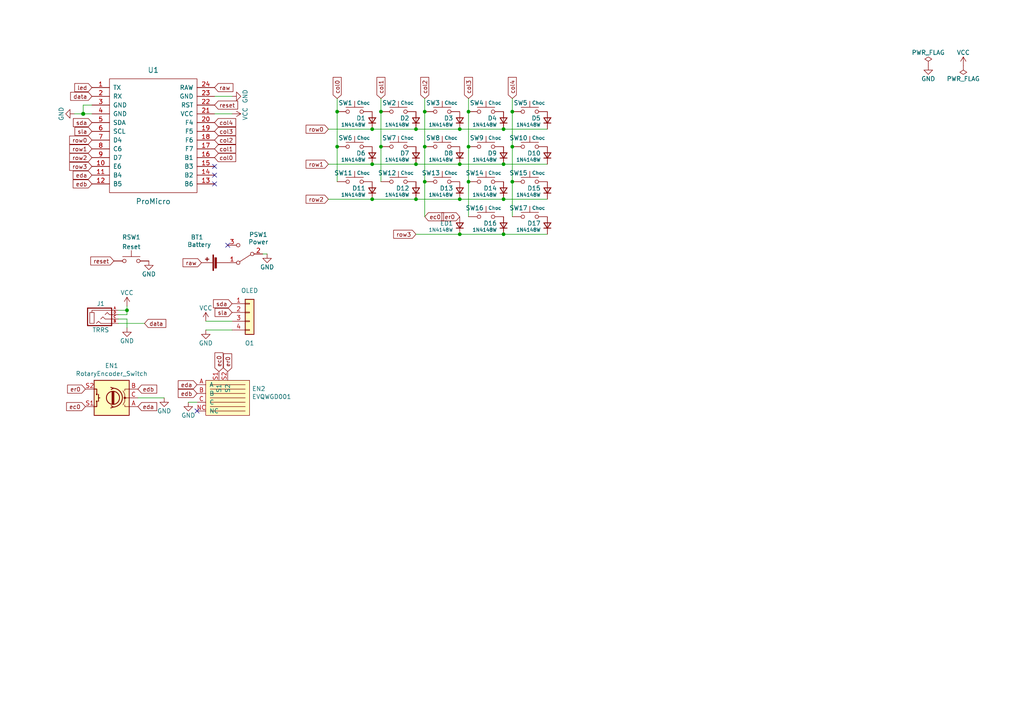
<source format=kicad_sch>
(kicad_sch (version 20230121) (generator eeschema)
  (paper "A4")
  (title_block (title "Swoop") (date "2022-02-03") (rev "0.4.1") (company "jmnw"))
  (lib_symbols
    (symbol "Connector_Generic:Conn_01x04" (pin_names (offset 1.016) hide)
      (property "Reference" "J" (at 0 5.08 0))
      (property "Value" "Conn_01x04" (at 0 -7.62 0))
      (symbol "Conn_01x04_1_1"
        (rectangle (start -1.27 -4.953) (end 0 -5.207) (stroke (width 0.1524)))
        (rectangle (start -1.27 -2.413) (end 0 -2.667) (stroke (width 0.1524)))
        (rectangle (start -1.27 0.127) (end 0 -0.127) (stroke (width 0.1524)))
        (rectangle (start -1.27 2.667) (end 0 2.413) (stroke (width 0.1524)))
        (rectangle (start -1.27 3.81) (end 1.27 -6.35) (stroke (width 0.254)) (fill (type background)))
        (pin passive line (at -5.08 2.54 0) (length 3.81) (name "Pin_1") (number "1"))
        (pin passive line (at -5.08 0 0) (length 3.81) (name "Pin_2") (number "2"))
        (pin passive line (at -5.08 -2.54 0) (length 3.81) (name "Pin_3") (number "3"))
        (pin passive line (at -5.08 -5.08 0) (length 3.81) (name "Pin_4") (number "4"))
      )
    )
    (symbol "Device:Battery_Cell" (pin_numbers hide) (pin_names (offset 0) hide)
      (property "Reference" "BT" (at 2.54 2.54 0))
      (property "Value" "Battery_Cell" (at 2.54 0 0))
      (symbol "Battery_Cell_0_1"
        (rectangle (start -2.286 1.778) (end 2.286 1.524) (fill (type outline)))
        (rectangle (start -1.5748 1.1938) (end 1.4732 0.6858) (fill (type outline)))
        (polyline (pts (xy 0 0.762) (xy 0 0)))
        (polyline (pts (xy 0 1.778) (xy 0 2.54)))
        (polyline (pts (xy 0.508 3.429) (xy 1.524 3.429)) (stroke (width 0.254)))
        (polyline (pts (xy 1.016 3.937) (xy 1.016 2.921)) (stroke (width 0.254)))
      )
      (symbol "Battery_Cell_1_1"
        (pin passive line (at 0 5.08 270) (length 2.54) (name "+") (number "1"))
        (pin passive line (at 0 -2.54 90) (length 2.54) (name "-") (number "2"))
      )
    )
    (symbol "Device:D_Small" (pin_numbers hide) (pin_names (offset 0.254) hide)
      (property "Reference" "D" (at -1.27 2.032 0))
      (property "Value" "D_Small" (at -3.81 -2.032 0))
      (symbol "D_Small_0_1"
        (polyline (pts (xy -0.762 -1.016) (xy -0.762 1.016)) (stroke (width 0.254)))
        (polyline (pts (xy -0.762 0) (xy 0.762 0)))
        (polyline (pts (xy 0.762 -1.016) (xy -0.762 0) (xy 0.762 1.016) (xy 0.762 -1.016)) (stroke (width 0.254)))
      )
      (symbol "D_Small_1_1"
        (pin passive line (at -2.54 0 0) (length 1.778) (name "K") (number "1"))
        (pin passive line (at 2.54 0 180) (length 1.778) (name "A") (number "2"))
      )
    )
    (symbol "Device:RotaryEncoder_Switch" (pin_names (offset 0.254) hide)
      (property "Reference" "SW" (at 0 6.604 0))
      (property "Value" "Device_RotaryEncoder_Switch" (at 0 -6.604 0))
      (symbol "RotaryEncoder_Switch_0_1"
        (rectangle (start -5.08 5.08) (end 5.08 -5.08) (stroke (width 0.254)) (fill (type background)))
        (circle (center -3.81 0) (radius 0.254) (fill (type outline)))
        (circle (center -0.381 0) (radius 1.905) (stroke (width 0.254)))
        (arc (start -0.381 2.667) (mid -3.0988 -0.0635) (end -0.381 -2.794) (stroke (width 0.254)))
        (polyline (pts (xy -0.635 -1.778) (xy -0.635 1.778)) (stroke (width 0.254)))
        (polyline (pts (xy -0.381 -1.778) (xy -0.381 1.778)) (stroke (width 0.254)))
        (polyline (pts (xy -0.127 1.778) (xy -0.127 -1.778)) (stroke (width 0.254)))
        (polyline (pts (xy 3.81 0) (xy 3.429 0)) (stroke (width 0.254)))
        (polyline (pts (xy 3.81 1.016) (xy 3.81 -1.016)) (stroke (width 0.254)))
        (polyline (pts (xy -5.08 -2.54) (xy -3.81 -2.54) (xy -3.81 -2.032)))
        (polyline (pts (xy -5.08 2.54) (xy -3.81 2.54) (xy -3.81 2.032)))
        (polyline (pts (xy 0.254 -3.048) (xy -0.508 -2.794) (xy 0.127 -2.413)) (stroke (width 0.254)))
        (polyline (pts (xy 0.254 2.921) (xy -0.508 2.667) (xy 0.127 2.286)) (stroke (width 0.254)))
        (polyline (pts (xy 5.08 -2.54) (xy 4.318 -2.54) (xy 4.318 -1.016)) (stroke (width 0.254)))
        (polyline (pts (xy 5.08 2.54) (xy 4.318 2.54) (xy 4.318 1.016)) (stroke (width 0.254)))
        (polyline (pts (xy -5.08 0) (xy -3.81 0) (xy -3.81 -1.016) (xy -3.302 -2.032)))
        (polyline (pts (xy -4.318 0) (xy -3.81 0) (xy -3.81 1.016) (xy -3.302 2.032)))
        (circle (center 4.318 -1.016) (radius 0.127) (stroke (width 0.254)))
        (circle (center 4.318 1.016) (radius 0.127) (stroke (width 0.254)))
      )
      (symbol "RotaryEncoder_Switch_1_1"
        (pin passive line (at -7.62 2.54 0) (length 2.54) (name "A") (number "A"))
        (pin passive line (at -7.62 -2.54 0) (length 2.54) (name "B") (number "B"))
        (pin passive line (at -7.62 0 0) (length 2.54) (name "C") (number "C"))
        (pin passive line (at 7.62 2.54 180) (length 2.54) (name "S1") (number "S1"))
        (pin passive line (at 7.62 -2.54 180) (length 2.54) (name "S2") (number "S2"))
      )
    )
    (symbol "Switch:SW_Push" (pin_numbers hide) (pin_names (offset 1.016) hide)
      (property "Reference" "SW" (at 1.27 2.54 0))
      (property "Value" "SW_Push" (at 0 -1.524 0))
      (symbol "SW_Push_0_1"
        (circle (center -2.032 0) (radius 0.508))
        (polyline (pts (xy 0 1.27) (xy 0 3.048)))
        (polyline (pts (xy 2.54 1.27) (xy -2.54 1.27)))
        (circle (center 2.032 0) (radius 0.508))
        (pin passive line (at -5.08 0 0) (length 2.54) (name "1") (number "1"))
        (pin passive line (at 5.08 0 180) (length 2.54) (name "2") (number "2"))
      )
    )
    (symbol "Switch:SW_SPDT" (pin_names (offset 0) hide)
      (property "Reference" "SW" (at 0 4.318 0))
      (property "Value" "SW_SPDT" (at 0 -5.08 0))
      (symbol "SW_SPDT_0_0"
        (circle (center -2.032 0) (radius 0.508))
        (circle (center 2.032 -2.54) (radius 0.508))
      )
      (symbol "SW_SPDT_0_1"
        (polyline (pts (xy -1.524 0.254) (xy 1.651 2.286)))
        (circle (center 2.032 2.54) (radius 0.508))
      )
      (symbol "SW_SPDT_1_1"
        (pin passive line (at 5.08 2.54 180) (length 2.54) (name "A") (number "1"))
        (pin passive line (at -5.08 0 0) (length 2.54) (name "B") (number "2"))
        (pin passive line (at 5.08 -2.54 180) (length 2.54) (name "C") (number "3"))
      )
    )
    (symbol "power:GND" (power) (pin_names (offset 0))
      (property "Value" "GND" (at 0 -3.81 0))
      (symbol "GND_0_1"
        (polyline (pts (xy 0 0) (xy 0 -1.27) (xy 1.27 -1.27) (xy 0 -2.54) (xy -1.27 -1.27) (xy 0 -1.27)))
      )
      (symbol "GND_1_1"
        (pin power_in line (at 0 0 270) (length 0) hide (name "GND") (number "1"))
      )
    )
    (symbol "power:PWR_FLAG" (power) (pin_numbers hide) (pin_names (offset 0) hide)
      (property "Value" "PWR_FLAG" (at 0 3.81 0))
      (symbol "PWR_FLAG_0_0"
        (pin power_out line (at 0 0 90) (length 0) (name "pwr") (number "1"))
      )
      (symbol "PWR_FLAG_0_1"
        (polyline (pts (xy 0 0) (xy 0 1.27) (xy -1.016 1.905) (xy 0 2.54) (xy 1.016 1.905) (xy 0 1.27)))
      )
    )
    (symbol "power:VCC" (power) (pin_names (offset 0))
      (property "Value" "VCC" (at 0 3.81 0))
      (symbol "VCC_0_1"
        (polyline (pts (xy -0.762 1.27) (xy 0 2.54)))
        (polyline (pts (xy 0 0) (xy 0 2.54)))
        (polyline (pts (xy 0 2.54) (xy 0.762 1.27)))
      )
      (symbol "VCC_1_1"
        (pin power_in line (at 0 0 90) (length 0) hide (name "VCC") (number "1"))
      )
    )
    (symbol "swoop:EVQWGD001" (pin_names (offset 1.016))
      (property "Reference" "EN2" (at 7.0612 1.3716 0))
      (property "Value" "EVQWGD001" (at 7.0612 -0.9398 0))
      (symbol "EVQWGD001_0_1"
        (rectangle (start -6.35 3.81) (end 6.35 -6.35) (fill (type background)))
        (polyline (pts (xy -5.08 -5.08) (xy 5.08 -5.08)))
        (polyline (pts (xy -5.08 -3.81) (xy 5.08 -3.81)))
        (polyline (pts (xy -5.08 -2.54) (xy 5.08 -2.54)))
        (polyline (pts (xy -5.08 -1.27) (xy 5.08 -1.27)))
        (polyline (pts (xy -5.08 0) (xy 5.08 0)))
        (polyline (pts (xy -5.08 1.27) (xy 5.08 1.27)))
        (polyline (pts (xy -5.08 2.54) (xy 5.08 2.54)))
      )
      (symbol "EVQWGD001_1_1"
        (pin output line (at -8.89 2.54 0) (length 2.54) (name "A") (number "A"))
        (pin output line (at -8.89 0 0) (length 2.54) (name "B") (number "B"))
        (pin passive line (at -8.89 -2.54 0) (length 2.54) (name "C") (number "C"))
        (pin unspecified line (at -8.89 -5.08 0) (length 2.54) (name "NC") (number "NC"))
        (pin output line (at -2.54 6.35 270) (length 2.54) (name "S1") (number "S1"))
        (pin output line (at 0 6.35 270) (length 2.54) (name "S2") (number "S2"))
      )
    )
    (symbol "swoop:MJ-4PP-9-kbd-corne-light-rescue" (pin_names (offset 1.016))
      (property "Reference" "J" (at 0 3.81 0))
      (property "Value" "MJ-4PP-9-kbd-corne-light-rescue" (at 0 -3.81 0))
      (symbol "MJ-4PP-9-kbd-corne-light-rescue_0_1"
        (rectangle (start -1.905 -1.905) (end -3.175 1.27))
        (polyline (pts (xy -2.54 1.27) (xy -2.54 1.905) (xy 3.175 1.905)))
        (polyline (pts (xy -1.27 -1.905) (xy -0.635 -1.27) (xy 0 -1.905) (xy 3.175 -1.905)))
        (polyline (pts (xy 0 -0.635) (xy 0.635 0) (xy 1.27 -0.635) (xy 3.175 -0.635)))
        (polyline (pts (xy 1.27 0.635) (xy 1.905 1.27) (xy 2.54 0.635) (xy 3.175 0.635)))
        (rectangle (start 3.175 2.54) (end -3.81 -2.54) (stroke (width 0.3048)))
      )
      (symbol "MJ-4PP-9-kbd-corne-light-rescue_1_1"
        (pin input line (at 5.08 1.905 180) (length 2.0066) (name "~") (number "A"))
        (pin input line (at 5.08 -1.905 180) (length 2.0066) (name "~") (number "B"))
        (pin input line (at 5.08 -0.635 180) (length 2.0066) (name "~") (number "C"))
        (pin input line (at 5.08 0.635 180) (length 2.0066) (name "~") (number "D"))
      )
    )
    (symbol "swoop:ProMicro-kbd-corne-light-rescue" (pin_names (offset 1.016))
      (property "Reference" "U" (at 0 24.13 0))
      (property "Value" "ProMicro-kbd-corne-light-rescue" (at 0 -13.97 0))
      (symbol "ProMicro-kbd-corne-light-rescue_0_1"
        (rectangle (start -12.7 21.59) (end 12.7 -11.43))
      )
      (symbol "ProMicro-kbd-corne-light-rescue_1_1"
        (pin bidirectional line (at -17.78 19.05 0) (length 5.08) (name "TX") (number "1"))
        (pin bidirectional line (at -17.78 -3.81 0) (length 5.08) (name "E6") (number "10"))
        (pin bidirectional line (at -17.78 -6.35 0) (length 5.08) (name "B4") (number "11"))
        (pin bidirectional line (at -17.78 -8.89 0) (length 5.08) (name "B5") (number "12"))
        (pin bidirectional line (at 17.78 -8.89 180) (length 5.08) (name "B6") (number "13"))
        (pin bidirectional line (at 17.78 -6.35 180) (length 5.08) (name "B2") (number "14"))
        (pin bidirectional line (at 17.78 -3.81 180) (length 5.08) (name "B3") (number "15"))
        (pin bidirectional line (at 17.78 -1.27 180) (length 5.08) (name "B1") (number "16"))
        (pin bidirectional line (at 17.78 1.27 180) (length 5.08) (name "F7") (number "17"))
        (pin bidirectional line (at 17.78 3.81 180) (length 5.08) (name "F6") (number "18"))
        (pin bidirectional line (at 17.78 6.35 180) (length 5.08) (name "F5") (number "19"))
        (pin bidirectional line (at -17.78 16.51 0) (length 5.08) (name "RX") (number "2"))
        (pin bidirectional line (at 17.78 8.89 180) (length 5.08) (name "F4") (number "20"))
        (pin power_in line (at 17.78 11.43 180) (length 5.08) (name "VCC") (number "21"))
        (pin input line (at 17.78 13.97 180) (length 5.08) (name "RST") (number "22"))
        (pin power_in line (at 17.78 16.51 180) (length 5.08) (name "GND") (number "23"))
        (pin power_out line (at 17.78 19.05 180) (length 5.08) (name "RAW") (number "24"))
        (pin power_in line (at -17.78 13.97 0) (length 5.08) (name "GND") (number "3"))
        (pin power_in line (at -17.78 11.43 0) (length 5.08) (name "GND") (number "4"))
        (pin bidirectional line (at -17.78 8.89 0) (length 5.08) (name "SDA") (number "5"))
        (pin bidirectional line (at -17.78 6.35 0) (length 5.08) (name "SCL") (number "6"))
        (pin bidirectional line (at -17.78 3.81 0) (length 5.08) (name "D4") (number "7"))
        (pin bidirectional line (at -17.78 1.27 0) (length 5.08) (name "C6") (number "8"))
        (pin bidirectional line (at -17.78 -1.27 0) (length 5.08) (name "D7") (number "9"))
      )
    )
  )
  (junction (at 135.89 32.385))
  (junction (at 148.59 32.385))
  (junction (at 133.35 47.625))
  (junction (at 123.19 42.545))
  (junction (at 120.65 57.785))
  (junction (at 135.89 52.705))
  (junction (at 107.95 47.625))
  (junction (at 110.49 32.385))
  (junction (at 24.13 33.02) (diameter 1.016))
  (junction (at 148.59 42.545))
  (junction (at 36.83 89.9945))
  (junction (at 135.89 42.545))
  (junction (at 123.19 52.705))
  (junction (at 110.49 42.545))
  (junction (at 148.59 52.705))
  (junction (at 146.05 67.945))
  (junction (at 146.05 57.785))
  (junction (at 107.95 37.465))
  (junction (at 97.79 32.385))
  (junction (at 146.05 47.625))
  (junction (at 146.05 37.465))
  (junction (at 107.95 57.785))
  (junction (at 123.19 32.385))
  (junction (at 120.65 37.465))
  (junction (at 133.35 67.945))
  (junction (at 97.79 42.545))
  (junction (at 120.65 47.625))
  (junction (at 133.35 57.785))
  (junction (at 133.35 37.465))
  (no_connect (at 66.04 71.12))
  (no_connect (at 62.23 53.34))
  (no_connect (at 57.15 119.2045))
  (no_connect (at 62.23 48.26))
  (no_connect (at 62.23 50.8))
  (wire (pts (xy 34.29 91.2645) (xy 36.83 91.2645)))
  (wire (pts (xy 123.19 32.385) (xy 123.19 42.545)))
  (wire (pts (xy 123.19 28.575) (xy 123.19 32.385)))
  (wire (pts (xy 123.19 52.705) (xy 123.19 62.865)))
  (wire (pts (xy 123.19 42.545) (xy 123.19 52.705)))
  (wire (pts (xy 110.49 32.385) (xy 110.49 42.545)))
  (wire (pts (xy 110.49 28.575) (xy 110.49 32.385)))
  (wire (pts (xy 110.49 42.545) (xy 110.49 52.705)))
  (wire (pts (xy 62.23 27.94) (xy 67.31 27.94)))
  (wire (pts (xy 120.65 67.945) (xy 133.35 67.945)))
  (wire (pts (xy 133.35 67.945) (xy 146.05 67.945)))
  (wire (pts (xy 146.05 67.945) (xy 158.75 67.945)))
  (wire (pts (xy 36.83 92.5345) (xy 36.83 95.0745)))
  (wire (pts (xy 62.23 33.02) (xy 67.31 33.02)))
  (wire (pts (xy 24.13 33.02) (xy 26.67 33.02)))
  (wire (pts (xy 135.89 32.385) (xy 135.89 42.545)))
  (wire (pts (xy 135.89 28.575) (xy 135.89 32.385)))
  (wire (pts (xy 135.89 42.545) (xy 135.89 52.705)))
  (wire (pts (xy 135.89 52.705) (xy 135.89 62.865)))
  (wire (pts (xy 95.25 57.785) (xy 107.95 57.785)))
  (wire (pts (xy 133.35 57.785) (xy 146.05 57.785)))
  (wire (pts (xy 120.65 57.785) (xy 133.35 57.785)))
  (wire (pts (xy 107.95 57.785) (xy 120.65 57.785)))
  (wire (pts (xy 146.05 57.785) (xy 158.75 57.785)))
  (wire (pts (xy 95.25 47.625) (xy 107.95 47.625)))
  (wire (pts (xy 120.65 47.625) (xy 133.35 47.625)))
  (wire (pts (xy 133.35 47.625) (xy 146.05 47.625)))
  (wire (pts (xy 107.95 47.625) (xy 120.65 47.625)))
  (wire (pts (xy 146.05 47.625) (xy 158.75 47.625)))
  (wire (pts (xy 26.67 30.48) (xy 24.13 30.48)))
  (wire (pts (xy 95.25 37.465) (xy 107.95 37.465)))
  (wire (pts (xy 120.65 37.465) (xy 133.35 37.465)))
  (wire (pts (xy 133.35 37.465) (xy 146.05 37.465)))
  (wire (pts (xy 107.95 37.465) (xy 120.65 37.465)))
  (wire (pts (xy 146.05 37.465) (xy 158.75 37.465)))
  (wire (pts (xy 59.69 93.1695) (xy 67.31 93.1695)))
  (wire (pts (xy 24.13 30.48) (xy 24.13 33.02)))
  (wire (pts (xy 34.29 89.9945) (xy 36.83 89.9945)))
  (wire (pts (xy 34.29 93.8045) (xy 41.91 93.8045)))
  (wire (pts (xy 54.61 116.6645) (xy 57.15 116.6645)))
  (wire (pts (xy 40.005 115.3945) (xy 47.625 115.3945)))
  (wire (pts (xy 21.59 33.02) (xy 24.13 33.02)))
  (wire (pts (xy 97.79 32.385) (xy 97.79 42.545)))
  (wire (pts (xy 97.79 28.575) (xy 97.79 32.385)))
  (wire (pts (xy 97.79 42.545) (xy 97.79 52.705)))
  (wire (pts (xy 59.69 95.7095) (xy 67.31 95.7095)))
  (wire (pts (xy 34.29 92.5345) (xy 36.83 92.5345)))
  (wire (pts (xy 36.83 89.9945) (xy 36.83 88.7245)))
  (wire (pts (xy 36.83 91.2645) (xy 36.83 89.9945)))
  (wire (pts (xy 76.2 73.66) (xy 77.47 73.66)))
  (wire (pts (xy 148.59 28.575) (xy 148.59 32.385)))
  (wire (pts (xy 148.59 42.545) (xy 148.59 52.705)))
  (wire (pts (xy 148.59 32.385) (xy 148.59 42.545)))
  (wire (pts (xy 148.59 52.705) (xy 148.59 62.865)))
  (global_label "row2" (shape input) (at 26.67 45.72 180) (effects (font (size 1.1938 1.1938))) (property "Intersheetrefs" "${INTERSHEET_REFS}" (effects hide)))
  (global_label "raw" (shape input) (at 62.23 25.4 0) (effects (font (size 1.1938 1.1938))) (property "Intersheetrefs" "${INTERSHEET_REFS}" (effects hide)))
  (global_label "er0" (shape input) (at 24.765 112.8545 180) (effects (font (size 1.1938 1.1938))) (property "Intersheetrefs" "${INTERSHEET_REFS}" (effects hide)))
  (global_label "row3" (shape input) (at 26.67 48.26 180) (effects (font (size 1.1938 1.1938))) (property "Intersheetrefs" "${INTERSHEET_REFS}" (effects hide)))
  (global_label "reset" (shape input) (at 62.23 30.48 0) (effects (font (size 1.1938 1.1938))) (property "Intersheetrefs" "${INTERSHEET_REFS}" (effects hide)))
  (global_label "ec0" (shape input) (at 24.765 117.9345 180) (effects (font (size 1.1938 1.1938))) (property "Intersheetrefs" "${INTERSHEET_REFS}" (effects hide)))
  (global_label "ec0" (shape input) (at 123.19 62.865 0) (effects (font (size 1.1938 1.1938))) (property "Intersheetrefs" "${INTERSHEET_REFS}" (effects hide)))
  (global_label "row3" (shape input) (at 120.65 67.945 180) (effects (font (size 1.1938 1.1938))) (property "Intersheetrefs" "${INTERSHEET_REFS}" (effects hide)))
  (global_label "eda" (shape input) (at 26.67 50.8 180) (effects (font (size 1.1938 1.1938))) (property "Intersheetrefs" "${INTERSHEET_REFS}" (effects hide)))
  (global_label "ec0" (shape input) (at 63.5 107.7745 90) (effects (font (size 1.1938 1.1938))) (property "Intersheetrefs" "${INTERSHEET_REFS}" (effects hide)))
  (global_label "sla" (shape input) (at 67.31 90.6295 180) (effects (font (size 1.1938 1.1938))) (property "Intersheetrefs" "${INTERSHEET_REFS}" (effects hide)))
  (global_label "row2" (shape input) (at 95.25 57.785 180) (effects (font (size 1.1938 1.1938))) (property "Intersheetrefs" "${INTERSHEET_REFS}" (effects hide)))
  (global_label "sla" (shape input) (at 26.67 38.1 180) (effects (font (size 1.1938 1.1938))) (property "Intersheetrefs" "${INTERSHEET_REFS}" (effects hide)))
  (global_label "sda" (shape input) (at 67.31 88.0895 180) (effects (font (size 1.1938 1.1938))) (property "Intersheetrefs" "${INTERSHEET_REFS}" (effects hide)))
  (global_label "col1" (shape input) (at 62.23 43.18 0) (effects (font (size 1.1938 1.1938))) (property "Intersheetrefs" "${INTERSHEET_REFS}" (effects hide)))
  (global_label "col1" (shape input) (at 110.49 28.575 90) (effects (font (size 1.1938 1.1938))) (property "Intersheetrefs" "${INTERSHEET_REFS}" (effects hide)))
  (global_label "er0" (shape input) (at 133.35 62.865 180) (effects (font (size 1.1938 1.1938))) (property "Intersheetrefs" "${INTERSHEET_REFS}" (effects hide)))
  (global_label "raw" (shape input) (at 58.42 76.2 180) (effects (font (size 1.1938 1.1938))) (property "Intersheetrefs" "${INTERSHEET_REFS}" (effects hide)))
  (global_label "col3" (shape input) (at 62.23 38.1 0) (effects (font (size 1.1938 1.1938))) (property "Intersheetrefs" "${INTERSHEET_REFS}" (effects hide)))
  (global_label "col2" (shape input) (at 62.23 40.64 0) (effects (font (size 1.1938 1.1938))) (property "Intersheetrefs" "${INTERSHEET_REFS}" (effects hide)))
  (global_label "led" (shape input) (at 26.67 25.4 180) (effects (font (size 1.1938 1.1938))) (property "Intersheetrefs" "${INTERSHEET_REFS}" (effects hide)))
  (global_label "col2" (shape input) (at 123.19 28.575 90) (effects (font (size 1.1938 1.1938))) (property "Intersheetrefs" "${INTERSHEET_REFS}" (effects hide)))
  (global_label "edb" (shape input) (at 26.67 53.34 180) (effects (font (size 1.1938 1.1938))) (property "Intersheetrefs" "${INTERSHEET_REFS}" (effects hide)))
  (global_label "data" (shape input) (at 26.67 27.94 180) (effects (font (size 1.1938 1.1938))) (property "Intersheetrefs" "${INTERSHEET_REFS}" (effects hide)))
  (global_label "edb" (shape input) (at 40.005 112.8545 0) (effects (font (size 1.1938 1.1938))) (property "Intersheetrefs" "${INTERSHEET_REFS}" (effects hide)))
  (global_label "col3" (shape input) (at 135.89 28.575 90) (effects (font (size 1.1938 1.1938))) (property "Intersheetrefs" "${INTERSHEET_REFS}" (effects hide)))
  (global_label "row1" (shape input) (at 26.67 43.18 180) (effects (font (size 1.1938 1.1938))) (property "Intersheetrefs" "${INTERSHEET_REFS}" (effects hide)))
  (global_label "edb" (shape input) (at 57.15 114.1245 180) (effects (font (size 1.1938 1.1938))) (property "Intersheetrefs" "${INTERSHEET_REFS}" (effects hide)))
  (global_label "sda" (shape input) (at 26.67 35.56 180) (effects (font (size 1.1938 1.1938))) (property "Intersheetrefs" "${INTERSHEET_REFS}" (effects hide)))
  (global_label "col4" (shape input) (at 148.59 28.575 90) (effects (font (size 1.1938 1.1938))) (property "Intersheetrefs" "${INTERSHEET_REFS}" (effects hide)))
  (global_label "col0" (shape input) (at 97.79 28.575 90) (effects (font (size 1.1938 1.1938))) (property "Intersheetrefs" "${INTERSHEET_REFS}" (effects hide)))
  (global_label "reset" (shape input) (at 33.02 75.6919 180) (effects (font (size 1.1938 1.1938))) (property "Intersheetrefs" "${INTERSHEET_REFS}" (effects hide)))
  (global_label "row0" (shape input) (at 95.25 37.465 180) (effects (font (size 1.1938 1.1938))) (property "Intersheetrefs" "${INTERSHEET_REFS}" (effects hide)))
  (global_label "data" (shape input) (at 41.91 93.8045 0) (effects (font (size 1.1938 1.1938))) (property "Intersheetrefs" "${INTERSHEET_REFS}" (effects hide)))
  (global_label "col0" (shape input) (at 62.23 45.72 0) (effects (font (size 1.1938 1.1938))) (property "Intersheetrefs" "${INTERSHEET_REFS}" (effects hide)))
  (global_label "col4" (shape input) (at 62.23 35.56 0) (effects (font (size 1.1938 1.1938))) (property "Intersheetrefs" "${INTERSHEET_REFS}" (effects hide)))
  (global_label "row0" (shape input) (at 26.67 40.64 180) (effects (font (size 1.1938 1.1938))) (property "Intersheetrefs" "${INTERSHEET_REFS}" (effects hide)))
  (global_label "eda" (shape input) (at 57.15 111.5845 180) (effects (font (size 1.1938 1.1938))) (property "Intersheetrefs" "${INTERSHEET_REFS}" (effects hide)))
  (global_label "row1" (shape input) (at 95.25 47.625 180) (effects (font (size 1.1938 1.1938))) (property "Intersheetrefs" "${INTERSHEET_REFS}" (effects hide)))
  (global_label "er0" (shape input) (at 66.04 107.7745 90) (effects (font (size 1.1938 1.1938))) (property "Intersheetrefs" "${INTERSHEET_REFS}" (effects hide)))
  (global_label "eda" (shape input) (at 40.005 117.9345 0) (effects (font (size 1.1938 1.1938))) (property "Intersheetrefs" "${INTERSHEET_REFS}" (effects hide)))
  (symbol (lib_id "swoop:ProMicro-kbd-corne-light-rescue") (at 44.45 44.45 0) (unit 1)
    (property "Reference" "U1" (at 44.45 20.32 0) (effects (font (size 1.524 1.524))))
    (property "Value" "ProMicro" (at 44.45 58.42 0) (effects (font (size 1.524 1.524))))
    (property "Footprint" "swoop:ProMicro_jumpers" (effects hide))
  )
  (symbol (lib_id "power:GND") (at 67.31 27.94 90) (unit 1)
    (property "Reference" "#PWR03" (effects hide))
    (property "Value" "GND" (at 71.12 27.94 0))
  )
  (symbol (lib_id "power:VCC") (at 67.31 33.02 270) (unit 1)
    (property "Reference" "#PWR05" (effects hide))
    (property "Value" "VCC" (at 71.12 33.02 0))
  )
  (symbol (lib_id "power:GND") (at 21.59 33.02 270) (unit 1)
    (property "Reference" "#PWR04" (effects hide))
    (property "Value" "GND" (at 17.78 33.02 0))
  )
  (symbol (lib_id "power:GND") (at 269.24 19.05 0) (unit 1)
    (property "Reference" "#PWR01" (effects hide))
    (property "Value" "GND" (at 269.24 22.86 0))
  )
  (symbol (lib_id "power:VCC") (at 279.4 19.05 0) (unit 1)
    (property "Reference" "#PWR02" (effects hide))
    (property "Value" "VCC" (at 279.4 15.24 0))
  )
  (symbol (lib_id "power:PWR_FLAG") (at 279.4 19.05 180) (unit 1)
    (property "Reference" "#FLG02" (effects hide))
    (property "Value" "PWR_FLAG" (at 279.4 22.86 0))
  )
  (symbol (lib_id "power:PWR_FLAG") (at 269.24 19.05 0) (unit 1)
    (property "Reference" "#FLG01" (effects hide))
    (property "Value" "PWR_FLAG" (at 269.24 15.24 0))
  )
  (symbol (lib_id "power:VCC") (at 36.83 88.7245 0) (unit 1)
    (property "Reference" "#PWR06" (effects hide))
    (property "Value" "VCC" (at 36.83 84.9145 0))
  )
  (symbol (lib_id "power:GND") (at 36.83 95.0745 0) (unit 1)
    (property "Reference" "#PWR08" (effects hide))
    (property "Value" "GND" (at 36.83 98.8845 0))
  )
  (symbol (lib_id "swoop:MJ-4PP-9-kbd-corne-light-rescue") (at 29.21 91.8995 0) (unit 1)
    (property "Reference" "J1" (at 29.21 88.0895 0))
    (property "Value" "TRRS" (at 29.21 95.7095 0))
    (property "Footprint" "swoop:TRRS-3pin" (effects hide))
  )
  (symbol (lib_id "Device:D_Small") (at 146.05 34.925 90) (unit 1)
    (property "Reference" "D4" (at 144.145 34.29 90) (effects (justify left)))
    (property "Value" " 1N4148W" (at 144.145 36.195 90) (effects (font (size 1 1)) (justify left)))
    (property "Footprint" "swoop:D3_SMD" (effects hide))
  )
  (symbol (lib_id "Device:D_Small") (at 107.95 55.245 90) (unit 1)
    (property "Reference" "D11" (at 106.045 54.61 90) (effects (justify left)))
    (property "Value" " 1N4148W" (at 106.045 56.515 90) (effects (font (size 1 1)) (justify left)))
    (property "Footprint" "swoop:D3_SMD" (effects hide))
  )
  (symbol (lib_id "Device:D_Small") (at 120.65 34.925 90) (unit 1)
    (property "Reference" "D2" (at 118.745 34.29 90) (effects (justify left)))
    (property "Value" " 1N4148W" (at 118.745 36.195 90) (effects (font (size 1 1)) (justify left)))
    (property "Footprint" "swoop:D3_SMD" (effects hide))
  )
  (symbol (lib_id "Switch:SW_Push") (at 128.27 32.385 0) (unit 1)
    (property "Reference" "SW3" (at 127.635 29.845 0) (effects (justify right)))
    (property "Value" "Choc" (at 128.905 29.845 0) (effects (font (size 1 1)) (justify left)))
    (property "Footprint" "swoop:Choc" (effects hide))
  )
  (symbol (lib_id "Switch:SW_Push") (at 38.1 75.6919 0) (unit 1)
    (property "Reference" "RSW1" (at 38.1 68.8044 0))
    (property "Value" "Reset" (at 38.1 71.5795 0))
    (property "Footprint" "swoop:Reset" (effects hide))
  )
  (symbol (lib_id "Device:D_Small") (at 107.95 45.085 90) (unit 1)
    (property "Reference" "D6" (at 106.045 44.45 90) (effects (justify left)))
    (property "Value" " 1N4148W" (at 106.045 46.355 90) (effects (font (size 1 1)) (justify left)))
    (property "Footprint" "swoop:D3_SMD" (effects hide))
  )
  (symbol (lib_id "Device:D_Small") (at 158.75 45.085 90) (unit 1)
    (property "Reference" "D10" (at 156.845 44.45 90) (effects (justify left)))
    (property "Value" " 1N4148W" (at 156.845 46.355 90) (effects (font (size 1 1)) (justify left)))
    (property "Footprint" "swoop:D3_SMD" (effects hide))
  )
  (symbol (lib_id "Device:D_Small") (at 133.35 45.085 90) (unit 1)
    (property "Reference" "D8" (at 131.445 44.45 90) (effects (justify left)))
    (property "Value" " 1N4148W" (at 131.445 46.355 90) (effects (font (size 1 1)) (justify left)))
    (property "Footprint" "swoop:D3_SMD" (effects hide))
  )
  (symbol (lib_id "power:GND") (at 77.47 73.66 0) (unit 1)
    (property "Reference" "#PWR0101" (effects hide))
    (property "Value" "GND" (at 77.47 77.47 0))
  )
  (symbol (lib_id "Switch:SW_Push") (at 115.57 32.385 0) (unit 1)
    (property "Reference" "SW2" (at 114.935 29.845 0) (effects (justify right)))
    (property "Value" "Choc" (at 116.205 29.845 0) (effects (font (size 1 1)) (justify left)))
    (property "Footprint" "swoop:Choc" (effects hide))
  )
  (symbol (lib_id "Device:D_Small") (at 146.05 45.085 90) (unit 1)
    (property "Reference" "D9" (at 144.145 44.45 90) (effects (justify left)))
    (property "Value" " 1N4148W" (at 144.145 46.355 90) (effects (font (size 1 1)) (justify left)))
    (property "Footprint" "swoop:D3_SMD" (effects hide))
  )
  (symbol (lib_id "Switch:SW_Push") (at 153.67 42.545 0) (unit 1)
    (property "Reference" "SW10" (at 153.035 40.005 0) (effects (justify right)))
    (property "Value" "Choc" (at 154.305 40.005 0) (effects (font (size 1 1)) (justify left)))
    (property "Footprint" "swoop:Choc" (effects hide))
  )
  (symbol (lib_id "Switch:SW_Push") (at 102.87 32.385 0) (unit 1)
    (property "Reference" "SW1" (at 102.235 29.845 0) (effects (justify right)))
    (property "Value" "Choc" (at 103.505 29.845 0) (effects (font (size 1 1)) (justify left)))
    (property "Footprint" "swoop:Choc" (effects hide))
  )
  (symbol (lib_id "Device:D_Small") (at 133.35 65.405 90) (unit 1)
    (property "Reference" "ED1" (at 131.445 64.77 90) (effects (justify left)))
    (property "Value" " 1N4148W" (at 131.445 66.675 90) (effects (font (size 1 1)) (justify left)))
    (property "Footprint" "swoop:D3_SMD" (effects hide))
  )
  (symbol (lib_id "power:GND") (at 54.61 116.6645 0) (unit 1)
    (property "Reference" "#PWR0103" (effects hide))
    (property "Value" "GND" (at 54.61 120.4745 0))
  )
  (symbol (lib_id "Device:Battery_Cell") (at 63.5 76.2 90) (unit 1)
    (property "Reference" "BT1" (at 57.15 68.8044 90))
    (property "Value" "Battery" (at 57.785 70.9445 90))
    (property "Footprint" "swoop:Battery_pads" (effects hide))
  )
  (symbol (lib_id "Device:D_Small") (at 133.35 55.245 90) (unit 1)
    (property "Reference" "D13" (at 131.445 54.61 90) (effects (justify left)))
    (property "Value" " 1N4148W" (at 131.445 56.515 90) (effects (font (size 1 1)) (justify left)))
    (property "Footprint" "swoop:D3_SMD" (effects hide))
  )
  (symbol (lib_id "Device:D_Small") (at 158.75 65.405 90) (unit 1)
    (property "Reference" "D17" (at 156.845 64.77 90) (effects (justify left)))
    (property "Value" " 1N4148W" (at 156.845 66.675 90) (effects (font (size 1 1)) (justify left)))
    (property "Footprint" "swoop:D3_SMD" (effects hide))
  )
  (symbol (lib_id "Switch:SW_Push") (at 140.97 32.385 0) (unit 1)
    (property "Reference" "SW4" (at 140.335 29.845 0) (effects (justify right)))
    (property "Value" "Choc" (at 141.605 29.845 0) (effects (font (size 1 1)) (justify left)))
    (property "Footprint" "swoop:Choc" (effects hide))
  )
  (symbol (lib_id "swoop:EVQWGD001") (at 66.04 114.1245 0) (unit 1)
    (property "Reference" "EN2" (at 73.1012 112.7529 0) (effects (justify left)))
    (property "Value" "EVQWGD001" (at 73.1012 115.0643 0) (effects (justify left)))
    (property "Footprint" "swoop:RollerEncoder" (effects hide))
  )
  (symbol (lib_id "power:GND") (at 59.69 95.7095 0) (unit 1)
    (property "Reference" "#PWR0104" (effects hide))
    (property "Value" "GND" (at 59.69 99.5195 0))
  )
  (symbol (lib_id "power:GND") (at 47.625 115.3945 0) (unit 1)
    (property "Reference" "#PWR0106" (effects hide))
    (property "Value" "GND" (at 47.625 119.2045 0))
  )
  (symbol (lib_id "Device:D_Small") (at 158.75 34.925 90) (unit 1)
    (property "Reference" "D5" (at 156.845 34.29 90) (effects (justify left)))
    (property "Value" " 1N4148W" (at 156.845 36.195 90) (effects (font (size 1 1)) (justify left)))
    (property "Footprint" "swoop:D3_SMD" (effects hide))
  )
  (symbol (lib_id "Switch:SW_Push") (at 102.87 52.705 0) (unit 1)
    (property "Reference" "SW11" (at 102.235 50.165 0) (effects (justify right)))
    (property "Value" "Choc" (at 103.505 50.165 0) (effects (font (size 1 1)) (justify left)))
    (property "Footprint" "swoop:Choc" (effects hide))
  )
  (symbol (lib_id "Switch:SW_Push") (at 128.27 42.545 0) (unit 1)
    (property "Reference" "SW8" (at 127.635 40.005 0) (effects (justify right)))
    (property "Value" "Choc" (at 128.905 40.005 0) (effects (font (size 1 1)) (justify left)))
    (property "Footprint" "swoop:Choc" (effects hide))
  )
  (symbol (lib_id "Switch:SW_Push") (at 115.57 52.705 0) (unit 1)
    (property "Reference" "SW12" (at 114.935 50.165 0) (effects (justify right)))
    (property "Value" "Choc" (at 116.205 50.165 0) (effects (font (size 1 1)) (justify left)))
    (property "Footprint" "swoop:Choc" (effects hide))
  )
  (symbol (lib_id "Switch:SW_Push") (at 153.67 32.385 0) (unit 1)
    (property "Reference" "SW5" (at 153.035 29.845 0) (effects (justify right)))
    (property "Value" "Choc" (at 154.305 29.845 0) (effects (font (size 1 1)) (justify left)))
    (property "Footprint" "swoop:Choc" (effects hide))
  )
  (symbol (lib_id "Device:RotaryEncoder_Switch") (at 32.385 115.3945 180) (unit 1)
    (property "Reference" "EN1" (at 32.385 106.0727 0))
    (property "Value" "RotaryEncoder_Switch" (at 32.385 108.3841 0))
    (property "Footprint" "swoop:RotaryEncoder" (effects hide))
  )
  (symbol (lib_id "Device:D_Small") (at 107.95 34.925 90) (unit 1)
    (property "Reference" "D1" (at 106.045 34.29 90) (effects (justify left)))
    (property "Value" " 1N4148W" (at 106.045 36.195 90) (effects (font (size 1 1)) (justify left)))
    (property "Footprint" "swoop:D3_SMD" (effects hide))
  )
  (symbol (lib_id "Device:D_Small") (at 120.65 45.085 90) (unit 1)
    (property "Reference" "D7" (at 118.745 44.45 90) (effects (justify left)))
    (property "Value" " 1N4148W" (at 118.745 46.355 90) (effects (font (size 1 1)) (justify left)))
    (property "Footprint" "swoop:D3_SMD" (effects hide))
  )
  (symbol (lib_id "Connector_Generic:Conn_01x04") (at 72.39 90.6295 0) (unit 1)
    (property "Reference" "O1" (at 72.39 99.5195 0))
    (property "Value" "OLED" (at 72.39 84.2795 0))
    (property "Footprint" "swoop:OLED_jumpers" (effects hide))
  )
  (symbol (lib_id "Switch:SW_Push") (at 153.67 62.865 0) (unit 1)
    (property "Reference" "SW17" (at 153.035 60.325 0) (effects (justify right)))
    (property "Value" "Choc" (at 154.305 60.325 0) (effects (font (size 1 1)) (justify left)))
    (property "Footprint" "swoop:Choc" (effects hide))
  )
  (symbol (lib_id "Switch:SW_Push") (at 140.97 62.865 0) (unit 1)
    (property "Reference" "SW16" (at 140.335 60.325 0) (effects (justify right)))
    (property "Value" "Choc" (at 141.605 60.325 0) (effects (font (size 1 1)) (justify left)))
    (property "Footprint" "swoop:Choc" (effects hide))
  )
  (symbol (lib_id "Switch:SW_Push") (at 102.87 42.545 0) (unit 1)
    (property "Reference" "SW6" (at 102.235 40.005 0) (effects (justify right)))
    (property "Value" "Choc" (at 103.505 40.005 0) (effects (font (size 1 1)) (justify left)))
    (property "Footprint" "swoop:Choc" (effects hide))
  )
  (symbol (lib_id "power:GND") (at 43.18 75.6919 0) (unit 1)
    (property "Reference" "#PWR0102" (effects hide))
    (property "Value" "GND" (at 43.18 79.5019 0))
  )
  (symbol (lib_id "Device:D_Small") (at 158.75 55.245 90) (unit 1)
    (property "Reference" "D15" (at 156.845 54.61 90) (effects (justify left)))
    (property "Value" " 1N4148W" (at 156.845 56.515 90) (effects (font (size 1 1)) (justify left)))
    (property "Footprint" "swoop:D3_SMD" (effects hide))
  )
  (symbol (lib_id "Device:D_Small") (at 120.65 55.245 90) (unit 1)
    (property "Reference" "D12" (at 118.745 54.61 90) (effects (justify left)))
    (property "Value" " 1N4148W" (at 118.745 56.515 90) (effects (font (size 1 1)) (justify left)))
    (property "Footprint" "swoop:D3_SMD" (effects hide))
  )
  (symbol (lib_id "Switch:SW_Push") (at 140.97 52.705 0) (unit 1)
    (property "Reference" "SW14" (at 140.335 50.165 0) (effects (justify right)))
    (property "Value" "Choc" (at 141.605 50.165 0) (effects (font (size 1 1)) (justify left)))
    (property "Footprint" "swoop:Choc" (effects hide))
  )
  (symbol (lib_id "Switch:SW_Push") (at 153.67 52.705 0) (unit 1)
    (property "Reference" "SW15" (at 153.035 50.165 0) (effects (justify right)))
    (property "Value" "Choc" (at 154.305 50.165 0) (effects (font (size 1 1)) (justify left)))
    (property "Footprint" "swoop:Choc" (effects hide))
  )
  (symbol (lib_id "Switch:SW_Push") (at 140.97 42.545 0) (unit 1)
    (property "Reference" "SW9" (at 140.335 40.005 0) (effects (justify right)))
    (property "Value" "Choc" (at 141.605 40.005 0) (effects (font (size 1 1)) (justify left)))
    (property "Footprint" "swoop:Choc" (effects hide))
  )
  (symbol (lib_id "Switch:SW_Push") (at 115.57 42.545 0) (unit 1)
    (property "Reference" "SW7" (at 114.935 40.005 0) (effects (justify right)))
    (property "Value" "Choc" (at 116.205 40.005 0) (effects (font (size 1 1)) (justify left)))
    (property "Footprint" "swoop:Choc" (effects hide))
  )
  (symbol (lib_id "Device:D_Small") (at 146.05 55.245 90) (unit 1)
    (property "Reference" "D14" (at 144.145 54.61 90) (effects (justify left)))
    (property "Value" " 1N4148W" (at 144.145 56.515 90) (effects (font (size 1 1)) (justify left)))
    (property "Footprint" "swoop:D3_SMD" (effects hide))
  )
  (symbol (lib_id "Switch:SW_Push") (at 128.27 52.705 0) (unit 1)
    (property "Reference" "SW13" (at 127.635 50.165 0) (effects (justify right)))
    (property "Value" "Choc" (at 128.905 50.165 0) (effects (font (size 1 1)) (justify left)))
    (property "Footprint" "swoop:Choc" (effects hide))
  )
  (symbol (lib_id "Device:D_Small") (at 146.05 65.405 90) (unit 1)
    (property "Reference" "D16" (at 144.145 64.77 90) (effects (justify left)))
    (property "Value" " 1N4148W" (at 144.145 66.675 90) (effects (font (size 1 1)) (justify left)))
    (property "Footprint" "swoop:D3_SMD" (effects hide))
  )
  (symbol (lib_id "Switch:SW_SPDT") (at 71.12 73.66 180) (unit 1)
    (property "Reference" "PSW1" (at 74.93 68.0424 0))
    (property "Value" "Power" (at 74.93 70.1825 0))
    (property "Footprint" "swoop:Power" (effects hide))
  )
  (symbol (lib_id "power:VCC") (at 59.69 93.1695 0) (unit 1)
    (property "Reference" "#PWR0105" (effects hide))
    (property "Value" "VCC" (at 59.69 89.3595 0))
  )
  (symbol (lib_id "Device:D_Small") (at 133.35 34.925 90) (unit 1)
    (property "Reference" "D3" (at 131.445 34.29 90) (effects (justify left)))
    (property "Value" " 1N4148W" (at 131.445 36.195 90) (effects (font (size 1 1)) (justify left)))
    (property "Footprint" "swoop:D3_SMD" (effects hide))
  )
)
</source>
